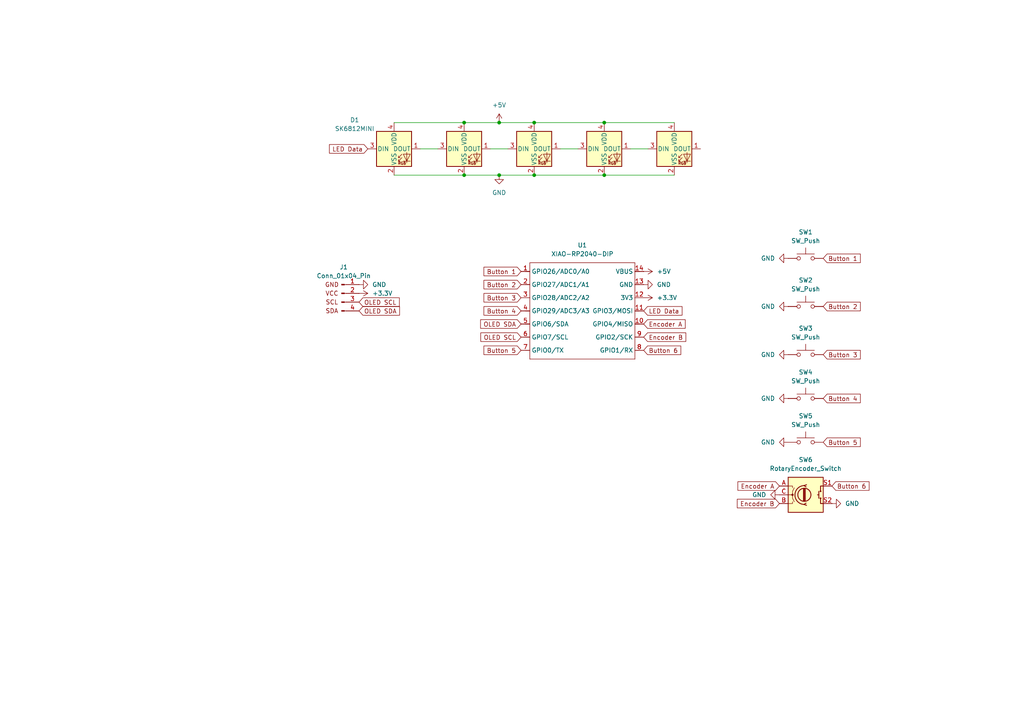
<source format=kicad_sch>
(kicad_sch (version 20250114) (generator "eeschema") (generator_version "9.0")
  (paper "A4")
  (title_block (title "Jisoo's Hackpad") (date "2025-06-27") (company "Jisoo Park"))
  (lib_symbols
    (symbol "Connector:Conn_01x04_Pin" (pin_names (offset 1.016) (hide yes))
      (property "Reference" "J1" (at 0.635 7.62 0))
      (property "Value" "Conn_01x04_Pin" (at 0.635 5.08 0))
      (symbol "Conn_01x04_Pin_1_1"
        (rectangle (start 0.8636 2.667) (end 0 2.413) (stroke (width 0.1524)) (fill (type outline)))
        (rectangle (start 0.8636 0.127) (end 0 -0.127) (stroke (width 0.1524)) (fill (type outline)))
        (rectangle (start 0.8636 -2.413) (end 0 -2.667) (stroke (width 0.1524)) (fill (type outline)))
        (rectangle (start 0.8636 -4.953) (end 0 -5.207) (stroke (width 0.1524)) (fill (type outline)))
        (polyline (pts (xy 1.27 2.54) (xy 0.8636 2.54)) (stroke (width 0.1524)))
        (polyline (pts (xy 1.27 0) (xy 0.8636 0)) (stroke (width 0.1524)))
        (polyline (pts (xy 1.27 -2.54) (xy 0.8636 -2.54)) (stroke (width 0.1524)))
        (polyline (pts (xy 1.27 -5.08) (xy 0.8636 -5.08)) (stroke (width 0.1524)))
        (text "GND" (at -2.794 2.54 0) (effects (font (size 1.27 1.27))))
        (text "VCC" (at -2.794 0 0) (effects (font (size 1.27 1.27))))
        (text "SCL" (at -2.794 -2.54 0) (effects (font (size 1.27 1.27))))
        (text "SDA" (at -2.794 -5.08 0) (effects (font (size 1.27 1.27))))
        (pin passive line (at 5.08 2.54 180) (length 3.81) (name "Pin_1") (number "1"))
        (pin passive line (at 5.08 0 180) (length 3.81) (name "Pin_2") (number "2"))
        (pin passive line (at 5.08 -2.54 180) (length 3.81) (name "Pin_3") (number "3"))
        (pin passive line (at 5.08 -5.08 180) (length 3.81) (name "Pin_4") (number "4"))
      )
    )
    (symbol "Device:RotaryEncoder_Switch" (pin_names (offset 0.254) (hide yes))
      (property "Reference" "SW" (at 0 6.604 0))
      (property "Value" "RotaryEncoder_Switch" (at 0 -6.604 0))
      (symbol "RotaryEncoder_Switch_0_1"
        (rectangle (start -5.08 5.08) (end 5.08 -5.08) (stroke (width 0.254)) (fill (type background)))
        (polyline (pts (xy -5.08 2.54) (xy -3.81 2.54) (xy -3.81 2.032)))
        (polyline (pts (xy -5.08 0) (xy -3.81 0) (xy -3.81 -1.016) (xy -3.302 -2.032)))
        (polyline (pts (xy -5.08 -2.54) (xy -3.81 -2.54) (xy -3.81 -2.032)))
        (polyline (pts (xy -4.318 0) (xy -3.81 0) (xy -3.81 1.016) (xy -3.302 2.032)))
        (circle (center -3.81 0) (radius 0.254) (fill (type outline)))
        (polyline (pts (xy -0.635 -1.778) (xy -0.635 1.778)) (stroke (width 0.254)))
        (circle (center -0.381 0) (radius 1.905) (stroke (width 0.254)))
        (polyline (pts (xy -0.381 -1.778) (xy -0.381 1.778)) (stroke (width 0.254)))
        (arc (start -0.381 -2.794) (mid -3.0988 -0.0635) (end -0.381 2.667) (stroke (width 0.254)))
        (polyline (pts (xy -0.127 1.778) (xy -0.127 -1.778)) (stroke (width 0.254)))
        (polyline (pts (xy 0.254 2.921) (xy -0.508 2.667) (xy 0.127 2.286)) (stroke (width 0.254)))
        (polyline (pts (xy 0.254 -3.048) (xy -0.508 -2.794) (xy 0.127 -2.413)) (stroke (width 0.254)))
        (polyline (pts (xy 3.81 1.016) (xy 3.81 -1.016)) (stroke (width 0.254)))
        (polyline (pts (xy 3.81 0) (xy 3.429 0)) (stroke (width 0.254)))
        (circle (center 4.318 1.016) (radius 0.127) (stroke (width 0.254)))
        (circle (center 4.318 -1.016) (radius 0.127) (stroke (width 0.254)))
        (polyline (pts (xy 5.08 2.54) (xy 4.318 2.54) (xy 4.318 1.016)) (stroke (width 0.254)))
        (polyline (pts (xy 5.08 -2.54) (xy 4.318 -2.54) (xy 4.318 -1.016)) (stroke (width 0.254)))
      )
      (symbol "RotaryEncoder_Switch_1_1"
        (pin passive line (at -7.62 2.54 0) (length 2.54) (name "A") (number "A"))
        (pin passive line (at -7.62 0 0) (length 2.54) (name "C") (number "C"))
        (pin passive line (at -7.62 -2.54 0) (length 2.54) (name "B") (number "B"))
        (pin passive line (at 7.62 2.54 180) (length 2.54) (name "S1") (number "S1"))
        (pin passive line (at 7.62 -2.54 180) (length 2.54) (name "S2") (number "S2"))
      )
    )
    (symbol "LED:SK6812MINI" (pin_names (offset 0.254))
      (property "Reference" "D" (at 5.08 5.715 0))
      (property "Value" "SK6812MINI" (at 1.27 -5.715 0))
      (symbol "SK6812MINI_0_0"
        (text "RGB" (at 2.286 -4.191 0) (effects (font (size 0.762 0.762))))
      )
      (symbol "SK6812MINI_0_1"
        (polyline (pts (xy 1.27 -2.54) (xy 1.778 -2.54)))
        (polyline (pts (xy 1.27 -3.556) (xy 1.778 -3.556)))
        (polyline (pts (xy 2.286 -1.524) (xy 1.27 -2.54) (xy 1.27 -2.032)))
        (polyline (pts (xy 2.286 -2.54) (xy 1.27 -3.556) (xy 1.27 -3.048)))
        (polyline (pts (xy 3.683 -1.016) (xy 3.683 -3.556) (xy 3.683 -4.064)))
        (polyline (pts (xy 4.699 -1.524) (xy 2.667 -1.524) (xy 3.683 -3.556) (xy 4.699 -1.524)))
        (polyline (pts (xy 4.699 -3.556) (xy 2.667 -3.556)))
        (rectangle (start 5.08 5.08) (end -5.08 -5.08) (stroke (width 0.254)) (fill (type background)))
      )
      (symbol "SK6812MINI_1_1"
        (pin input line (at -7.62 0 0) (length 2.54) (name "DIN") (number "3"))
        (pin power_in line (at 0 7.62 270) (length 2.54) (name "VDD") (number "4"))
        (pin power_in line (at 0 -7.62 90) (length 2.54) (name "VSS") (number "2"))
        (pin output line (at 7.62 0 180) (length 2.54) (name "DOUT") (number "1"))
      )
    )
    (symbol "Switch:SW_Push" (pin_numbers (hide yes)) (pin_names (offset 1.016) (hide yes))
      (property "Reference" "SW" (at 1.27 2.54 0))
      (property "Value" "SW_Push" (at 0 -1.524 0))
      (symbol "SW_Push_0_1"
        (circle (center -2.032 0) (radius 0.508))
        (polyline (pts (xy 0 1.27) (xy 0 3.048)))
        (circle (center 2.032 0) (radius 0.508))
        (polyline (pts (xy 2.54 1.27) (xy -2.54 1.27)))
        (pin passive line (at -5.08 0 0) (length 2.54) (name "1") (number "1"))
        (pin passive line (at 5.08 0 180) (length 2.54) (name "2") (number "2"))
      )
    )
    (symbol "XIAO LIBRARY:XIAO-RP2040-DIP"
      (property "Reference" "U" (at 0 0 0))
      (property "Value" "XIAO-RP2040-DIP" (at 5.334 -1.778 0))
      (symbol "XIAO-RP2040-DIP_1_0"
        (polyline (pts (xy -1.27 -2.54) (xy 29.21 -2.54)) (stroke (width 0.1524)))
        (polyline (pts (xy -1.27 -5.08) (xy -2.54 -5.08)) (stroke (width 0.1524)))
        (polyline (pts (xy -1.27 -5.08) (xy -1.27 -2.54)) (stroke (width 0.1524)))
        (polyline (pts (xy -1.27 -8.89) (xy -2.54 -8.89)) (stroke (width 0.1524)))
        (polyline (pts (xy -1.27 -8.89) (xy -1.27 -5.08)) (stroke (width 0.1524)))
        (polyline (pts (xy -1.27 -12.7) (xy -2.54 -12.7)) (stroke (width 0.1524)))
        (polyline (pts (xy -1.27 -12.7) (xy -1.27 -8.89)) (stroke (width 0.1524)))
        (polyline (pts (xy -1.27 -16.51) (xy -2.54 -16.51)) (stroke (width 0.1524)))
        (polyline (pts (xy -1.27 -16.51) (xy -1.27 -12.7)) (stroke (width 0.1524)))
        (polyline (pts (xy -1.27 -20.32) (xy -2.54 -20.32)) (stroke (width 0.1524)))
        (polyline (pts (xy -1.27 -24.13) (xy -2.54 -24.13)) (stroke (width 0.1524)))
        (polyline (pts (xy -1.27 -27.94) (xy -2.54 -27.94)) (stroke (width 0.1524)))
        (polyline (pts (xy -1.27 -30.48) (xy -1.27 -16.51)) (stroke (width 0.1524)))
        (polyline (pts (xy 29.21 -2.54) (xy 29.21 -5.08)) (stroke (width 0.1524)))
        (polyline (pts (xy 29.21 -5.08) (xy 29.21 -8.89)) (stroke (width 0.1524)))
        (polyline (pts (xy 29.21 -8.89) (xy 29.21 -12.7)) (stroke (width 0.1524)))
        (polyline (pts (xy 29.21 -12.7) (xy 29.21 -30.48)) (stroke (width 0.1524)))
        (polyline (pts (xy 29.21 -30.48) (xy -1.27 -30.48)) (stroke (width 0.1524)))
        (polyline (pts (xy 30.48 -5.08) (xy 29.21 -5.08)) (stroke (width 0.1524)))
        (polyline (pts (xy 30.48 -8.89) (xy 29.21 -8.89)) (stroke (width 0.1524)))
        (polyline (pts (xy 30.48 -12.7) (xy 29.21 -12.7)) (stroke (width 0.1524)))
        (polyline (pts (xy 30.48 -16.51) (xy 29.21 -16.51)) (stroke (width 0.1524)))
        (polyline (pts (xy 30.48 -20.32) (xy 29.21 -20.32)) (stroke (width 0.1524)))
        (polyline (pts (xy 30.48 -24.13) (xy 29.21 -24.13)) (stroke (width 0.1524)))
        (polyline (pts (xy 30.48 -27.94) (xy 29.21 -27.94)) (stroke (width 0.1524)))
        (pin passive line (at -3.81 -5.08 0) (length 2.54) (name "GPIO26/ADC0/A0") (number "1"))
        (pin passive line (at -3.81 -8.89 0) (length 2.54) (name "GPIO27/ADC1/A1") (number "2"))
        (pin passive line (at -3.81 -12.7 0) (length 2.54) (name "GPIO28/ADC2/A2") (number "3"))
        (pin passive line (at -3.81 -16.51 0) (length 2.54) (name "GPIO29/ADC3/A3") (number "4"))
        (pin passive line (at -3.81 -20.32 0) (length 2.54) (name "GPIO6/SDA") (number "5"))
        (pin passive line (at -3.81 -24.13 0) (length 2.54) (name "GPIO7/SCL") (number "6"))
        (pin passive line (at -3.81 -27.94 0) (length 2.54) (name "GPIO0/TX") (number "7"))
        (pin passive line (at 31.75 -5.08 180) (length 2.54) (name "VBUS") (number "14"))
        (pin passive line (at 31.75 -8.89 180) (length 2.54) (name "GND") (number "13"))
        (pin passive line (at 31.75 -12.7 180) (length 2.54) (name "3V3") (number "12"))
        (pin passive line (at 31.75 -16.51 180) (length 2.54) (name "GPIO3/MOSI") (number "11"))
        (pin passive line (at 31.75 -20.32 180) (length 2.54) (name "GPIO4/MISO") (number "10"))
        (pin passive line (at 31.75 -24.13 180) (length 2.54) (name "GPIO2/SCK") (number "9"))
        (pin passive line (at 31.75 -27.94 180) (length 2.54) (name "GPIO1/RX") (number "8"))
      )
    )
    (symbol "power:+3.3V" (power) (pin_numbers (hide yes)) (pin_names (offset 0) (hide yes))
      (property "Value" "+3.3V" (at 0 3.556 0))
      (symbol "+3.3V_0_1"
        (polyline (pts (xy -0.762 1.27) (xy 0 2.54)))
        (polyline (pts (xy 0 2.54) (xy 0.762 1.27)))
        (polyline (pts (xy 0 0) (xy 0 2.54)))
      )
      (symbol "+3.3V_1_1"
        (pin power_in line (at 0 0 90) (length 0) (name "~") (number "1"))
      )
    )
    (symbol "power:+5V" (power) (pin_numbers (hide yes)) (pin_names (offset 0) (hide yes))
      (property "Value" "+5V" (at 0 3.556 0))
      (symbol "+5V_0_1"
        (polyline (pts (xy -0.762 1.27) (xy 0 2.54)))
        (polyline (pts (xy 0 2.54) (xy 0.762 1.27)))
        (polyline (pts (xy 0 0) (xy 0 2.54)))
      )
      (symbol "+5V_1_1"
        (pin power_in line (at 0 0 90) (length 0) (name "~") (number "1"))
      )
    )
    (symbol "power:GND" (power) (pin_numbers (hide yes)) (pin_names (offset 0) (hide yes))
      (property "Value" "GND" (at 0 -3.81 0))
      (symbol "GND_0_1"
        (polyline (pts (xy 0 0) (xy 0 -1.27) (xy 1.27 -1.27) (xy 0 -2.54) (xy -1.27 -1.27) (xy 0 -1.27)))
      )
      (symbol "GND_1_1"
        (pin power_in line (at 0 0 270) (length 0) (name "~") (number "1"))
      )
    )
  )
  (junction (at 154.94 35.56))
  (junction (at 144.78 50.8))
  (junction (at 134.62 50.8))
  (junction (at 175.26 35.56))
  (junction (at 154.94 50.8))
  (junction (at 144.78 35.56))
  (junction (at 134.62 35.56))
  (junction (at 175.26 50.8))
  (wire (pts (xy 144.78 50.8) (xy 154.94 50.8)))
  (wire (pts (xy 154.94 50.8) (xy 175.26 50.8)))
  (wire (pts (xy 142.24 43.18) (xy 147.32 43.18)))
  (wire (pts (xy 121.92 43.18) (xy 127 43.18)))
  (wire (pts (xy 175.26 35.56) (xy 195.58 35.56)))
  (wire (pts (xy 134.62 35.56) (xy 144.78 35.56)))
  (wire (pts (xy 134.62 50.8) (xy 144.78 50.8)))
  (wire (pts (xy 114.3 35.56) (xy 134.62 35.56)))
  (wire (pts (xy 175.26 50.8) (xy 195.58 50.8)))
  (wire (pts (xy 114.3 50.8) (xy 134.62 50.8)))
  (wire (pts (xy 162.56 43.18) (xy 167.64 43.18)))
  (wire (pts (xy 182.88 43.18) (xy 187.96 43.18)))
  (wire (pts (xy 144.78 35.56) (xy 154.94 35.56)))
  (wire (pts (xy 154.94 35.56) (xy 175.26 35.56)))
  (global_label "Button 3" (shape input) (at 151.13 86.36 180) (property "Intersheetrefs" "${INTERSHEET_REFS}" (effects (hide yes))))
  (global_label "OLED SDA" (shape input) (at 151.13 93.98 180) (property "Intersheetrefs" "${INTERSHEET_REFS}" (effects (hide yes))))
  (global_label "Encoder B" (shape input) (at 226.06 146.05 180) (property "Intersheetrefs" "${INTERSHEET_REFS}" (effects (hide yes))))
  (global_label "Button 5" (shape input) (at 151.13 101.6 180) (property "Intersheetrefs" "${INTERSHEET_REFS}" (effects (hide yes))))
  (global_label "Button 2" (shape input) (at 151.13 82.55 180) (property "Intersheetrefs" "${INTERSHEET_REFS}" (effects (hide yes))))
  (global_label "Button 5" (shape input) (at 238.76 128.27 0) (property "Intersheetrefs" "${INTERSHEET_REFS}" (effects (hide yes))))
  (global_label "Button 6" (shape input) (at 186.69 101.6 0) (property "Intersheetrefs" "${INTERSHEET_REFS}" (effects (hide yes))))
  (global_label "LED Data" (shape input) (at 186.69 90.17 0) (property "Intersheetrefs" "${INTERSHEET_REFS}" (effects (hide yes))))
  (global_label "Button 6" (shape input) (at 241.3 140.97 0) (property "Intersheetrefs" "${INTERSHEET_REFS}" (effects (hide yes))))
  (global_label "Button 1" (shape input) (at 151.13 78.74 180) (property "Intersheetrefs" "${INTERSHEET_REFS}" (effects (hide yes))))
  (global_label "Encoder A" (shape input) (at 226.06 140.97 180) (property "Intersheetrefs" "${INTERSHEET_REFS}" (effects (hide yes))))
  (global_label "Button 4" (shape input) (at 238.76 115.57 0) (property "Intersheetrefs" "${INTERSHEET_REFS}" (effects (hide yes))))
  (global_label "Button 2" (shape input) (at 238.76 88.9 0) (property "Intersheetrefs" "${INTERSHEET_REFS}" (effects (hide yes))))
  (global_label "Button 4" (shape input) (at 151.13 90.17 180) (property "Intersheetrefs" "${INTERSHEET_REFS}" (effects (hide yes))))
  (global_label "Button 1" (shape input) (at 238.76 74.93 0) (property "Intersheetrefs" "${INTERSHEET_REFS}" (effects (hide yes))))
  (global_label "LED Data" (shape input) (at 106.68 43.18 180) (property "Intersheetrefs" "${INTERSHEET_REFS}" (effects (hide yes))))
  (global_label "Encoder A" (shape input) (at 186.69 93.98 0) (property "Intersheetrefs" "${INTERSHEET_REFS}" (effects (hide yes))))
  (global_label "OLED SDA" (shape input) (at 104.14 90.17 0) (property "Intersheetrefs" "${INTERSHEET_REFS}" (effects (hide yes))))
  (global_label "OLED SCL" (shape input) (at 104.14 87.63 0) (property "Intersheetrefs" "${INTERSHEET_REFS}" (effects (hide yes))))
  (global_label "Button 3" (shape input) (at 238.76 102.87 0) (property "Intersheetrefs" "${INTERSHEET_REFS}" (effects (hide yes))))
  (global_label "Encoder B" (shape input) (at 186.69 97.79 0) (property "Intersheetrefs" "${INTERSHEET_REFS}" (effects (hide yes))))
  (global_label "OLED SCL" (shape input) (at 151.13 97.79 180) (property "Intersheetrefs" "${INTERSHEET_REFS}" (effects (hide yes))))
  (symbol (lib_id "Device:RotaryEncoder_Switch") (at 233.68 143.51 0) (unit 1)
    (property "Reference" "SW6" (at 233.68 133.35 0))
    (property "Value" "RotaryEncoder_Switch" (at 233.68 135.89 0))
    (property "Footprint" "Custom:Rotary_EncoderRotaryEncoder_Alps_EC11E-Switch_Vertical_H20mm_custom" (effects (hide yes)))
    (property "Description" "Rotary encoder, dual channel, incremental quadrate outputs, with switch" (effects (hide yes)))
  )
  (symbol (lib_id "Switch:SW_Push") (at 233.68 128.27 0) (unit 1)
    (property "Reference" "SW5" (at 233.68 120.65 0))
    (property "Value" "SW_Push" (at 233.68 123.19 0))
    (property "Footprint" "Custom:cherry_mx_1.00u_pcb_custom" (effects (hide yes)))
    (property "Description" "Push button switch, generic, two pins" (effects (hide yes)))
  )
  (symbol (lib_id "Switch:SW_Push") (at 233.68 74.93 0) (unit 1)
    (property "Reference" "SW1" (at 233.68 67.31 0))
    (property "Value" "SW_Push" (at 233.68 69.85 0))
    (property "Footprint" "Custom:cherry_mx_1.00u_pcb_custom" (effects (hide yes)))
    (property "Description" "Push button switch, generic, two pins" (effects (hide yes)))
  )
  (symbol (lib_id "power:GND") (at 226.06 143.51 270) (unit 1)
    (property "Reference" "#PWR08" (effects (hide yes)))
    (property "Value" "GND" (at 222.25 143.5099 90) (effects (justify right)))
    (property "Description" "Power symbol creates a global label with name \"GND\" , ground" (effects (hide yes)))
  )
  (symbol (lib_id "power:GND") (at 228.6 88.9 270) (unit 1)
    (property "Reference" "#PWR05" (effects (hide yes)))
    (property "Value" "GND" (at 224.79 88.8999 90) (effects (justify right)))
    (property "Description" "Power symbol creates a global label with name \"GND\" , ground" (effects (hide yes)))
  )
  (symbol (lib_id "power:+5V") (at 144.78 35.56 0) (unit 1)
    (property "Reference" "#PWR012" (effects (hide yes)))
    (property "Value" "+5V" (at 144.78 30.48 0))
    (property "Description" "Power symbol creates a global label with name \"+5V\"" (effects (hide yes)))
  )
  (symbol (lib_id "power:GND") (at 144.78 50.8 0) (unit 1)
    (property "Reference" "#PWR013" (effects (hide yes)))
    (property "Value" "GND" (at 144.78 55.88 0))
    (property "Description" "Power symbol creates a global label with name \"GND\" , ground" (effects (hide yes)))
  )
  (symbol (lib_id "power:+5V") (at 186.69 78.74 270) (unit 1)
    (property "Reference" "#PWR011" (effects (hide yes)))
    (property "Value" "+5V" (at 190.5 78.7399 90) (effects (justify left)))
    (property "Description" "Power symbol creates a global label with name \"+5V\"" (effects (hide yes)))
  )
  (symbol (lib_id "XIAO LIBRARY:XIAO-RP2040-DIP") (at 154.94 73.66 0) (unit 1)
    (property "Reference" "U1" (at 168.91 71.12 0))
    (property "Value" "XIAO-RP2040-DIP" (at 168.91 73.66 0))
    (property "Footprint" "XIAO LIBRARY:XIAO-RP2040-DIP" (effects (hide yes)))
  )
  (symbol (lib_id "power:GND") (at 104.14 82.55 90) (unit 1)
    (property "Reference" "#PWR03" (effects (hide yes)))
    (property "Value" "GND" (at 107.95 82.5499 90) (effects (justify right)))
    (property "Description" "Power symbol creates a global label with name \"GND\" , ground" (effects (hide yes)))
  )
  (symbol (lib_id "power:GND") (at 228.6 115.57 270) (unit 1)
    (property "Reference" "#PWR07" (effects (hide yes)))
    (property "Value" "GND" (at 224.79 115.5699 90) (effects (justify right)))
    (property "Description" "Power symbol creates a global label with name \"GND\" , ground" (effects (hide yes)))
  )
  (symbol (lib_id "power:+3.3V") (at 104.14 85.09 270) (unit 1)
    (property "Reference" "#PWR01" (effects (hide yes)))
    (property "Value" "+3.3V" (at 107.95 85.0899 90) (effects (justify left)))
    (property "Description" "Power symbol creates a global label with name \"+3.3V\"" (effects (hide yes)))
  )
  (symbol (lib_id "Switch:SW_Push") (at 233.68 115.57 0) (unit 1)
    (property "Reference" "SW4" (at 233.68 107.95 0))
    (property "Value" "SW_Push" (at 233.68 110.49 0))
    (property "Footprint" "Custom:cherry_mx_1.00u_pcb_custom" (effects (hide yes)))
    (property "Description" "Push button switch, generic, two pins" (effects (hide yes)))
  )
  (symbol (lib_id "Switch:SW_Push") (at 233.68 88.9 0) (unit 1)
    (property "Reference" "SW2" (at 233.68 81.28 0))
    (property "Value" "SW_Push" (at 233.68 83.82 0))
    (property "Footprint" "Custom:cherry_mx_1.00u_pcb_custom" (effects (hide yes)))
    (property "Description" "Push button switch, generic, two pins" (effects (hide yes)))
  )
  (symbol (lib_id "power:GND") (at 186.69 82.55 90) (unit 1)
    (property "Reference" "#PWR010" (effects (hide yes)))
    (property "Value" "GND" (at 190.5 82.5499 90) (effects (justify right)))
    (property "Description" "Power symbol creates a global label with name \"GND\" , ground" (effects (hide yes)))
  )
  (symbol (lib_id "Switch:SW_Push") (at 233.68 102.87 0) (unit 1)
    (property "Reference" "SW3" (at 233.68 95.25 0))
    (property "Value" "SW_Push" (at 233.68 97.79 0))
    (property "Footprint" "Custom:cherry_mx_1.00u_pcb_custom" (effects (hide yes)))
    (property "Description" "Push button switch, generic, two pins" (effects (hide yes)))
  )
  (symbol (lib_id "power:GND") (at 241.3 146.05 90) (unit 1)
    (property "Reference" "#PWR09" (effects (hide yes)))
    (property "Value" "GND" (at 245.11 146.0499 90) (effects (justify right)))
    (property "Description" "Power symbol creates a global label with name \"GND\" , ground" (effects (hide yes)))
  )
  (symbol (lib_id "power:GND") (at 228.6 102.87 270) (unit 1)
    (property "Reference" "#PWR06" (effects (hide yes)))
    (property "Value" "GND" (at 224.79 102.8699 90) (effects (justify right)))
    (property "Description" "Power symbol creates a global label with name \"GND\" , ground" (effects (hide yes)))
  )
  (symbol (lib_id "LED:SK6812MINI") (at 175.26 43.18 0) (unit 1)
    (property "Reference" "D4" (effects (hide yes)))
    (property "Value" "SK6812MINI" (effects (hide yes)))
    (property "Footprint" "Custom:MX_SK6812MINI-E_REV(1)" (effects (hide yes)))
    (property "Datasheet" "https://cdn-shop.adafruit.com/product-files/2686/SK6812MINI_REV.01-1-2.pdf" (effects (hide yes)))
    (property "Description" "RGB LED with integrated controller" (effects (hide yes)))
  )
  (symbol (lib_id "Connector:Conn_01x04_Pin") (at 99.06 85.09 0) (unit 1)
    (property "Reference" "J1" (at 99.695 77.47 0))
    (property "Value" "Conn_01x04_Pin" (at 99.695 80.01 0))
    (property "Footprint" "Custom:SSD1306-0.91-OLED-4pin-128x32" (effects (hide yes)))
    (property "Description" "Generic connector, single row, 01x04, script generated" (effects (hide yes)))
  )
  (symbol (lib_id "LED:SK6812MINI") (at 114.3 43.18 0) (unit 1)
    (property "Reference" "D1" (at 102.87 34.798 0))
    (property "Value" "SK6812MINI" (at 102.87 37.338 0))
    (property "Footprint" "Custom:MX_SK6812MINI-E_REV(1)" (effects (hide yes)))
    (property "Datasheet" "https://cdn-shop.adafruit.com/product-files/2686/SK6812MINI_REV.01-1-2.pdf" (effects (hide yes)))
    (property "Description" "RGB LED with integrated controller" (effects (hide yes)))
  )
  (symbol (lib_id "power:+3.3V") (at 186.69 86.36 270) (unit 1)
    (property "Reference" "#PWR02" (effects (hide yes)))
    (property "Value" "+3.3V" (at 190.5 86.3599 90) (effects (justify left)))
    (property "Description" "Power symbol creates a global label with name \"+3.3V\"" (effects (hide yes)))
  )
  (symbol (lib_id "power:GND") (at 228.6 74.93 270) (unit 1)
    (property "Reference" "#PWR04" (effects (hide yes)))
    (property "Value" "GND" (at 224.79 74.9299 90) (effects (justify right)))
    (property "Description" "Power symbol creates a global label with name \"GND\" , ground" (effects (hide yes)))
  )
  (symbol (lib_id "LED:SK6812MINI") (at 195.58 43.18 0) (unit 1)
    (property "Reference" "D5" (effects (hide yes)))
    (property "Value" "SK6812MINI" (effects (hide yes)))
    (property "Footprint" "Custom:MX_SK6812MINI-E_REV(1)" (effects (hide yes)))
    (property "Datasheet" "https://cdn-shop.adafruit.com/product-files/2686/SK6812MINI_REV.01-1-2.pdf" (effects (hide yes)))
    (property "Description" "RGB LED with integrated controller" (effects (hide yes)))
  )
  (symbol (lib_id "LED:SK6812MINI") (at 154.94 43.18 0) (unit 1)
    (property "Reference" "D3" (effects (hide yes)))
    (property "Value" "SK6812MINI" (effects (hide yes)))
    (property "Footprint" "Custom:MX_SK6812MINI-E_REV(1)" (effects (hide yes)))
    (property "Datasheet" "https://cdn-shop.adafruit.com/product-files/2686/SK6812MINI_REV.01-1-2.pdf" (effects (hide yes)))
    (property "Description" "RGB LED with integrated controller" (effects (hide yes)))
  )
  (symbol (lib_id "LED:SK6812MINI") (at 134.62 43.18 0) (unit 1)
    (property "Reference" "D2" (effects (hide yes)))
    (property "Value" "SK6812MINI" (effects (hide yes)))
    (property "Footprint" "Custom:MX_SK6812MINI-E_REV(1)" (effects (hide yes)))
    (property "Datasheet" "https://cdn-shop.adafruit.com/product-files/2686/SK6812MINI_REV.01-1-2.pdf" (effects (hide yes)))
    (property "Description" "RGB LED with integrated controller" (effects (hide yes)))
  )
  (symbol (lib_id "power:GND") (at 228.6 128.27 270) (unit 1)
    (property "Reference" "#PWR014" (effects (hide yes)))
    (property "Value" "GND" (at 224.79 128.2699 90) (effects (justify right)))
    (property "Description" "Power symbol creates a global label with name \"GND\" , ground" (effects (hide yes)))
  )
)
</source>
